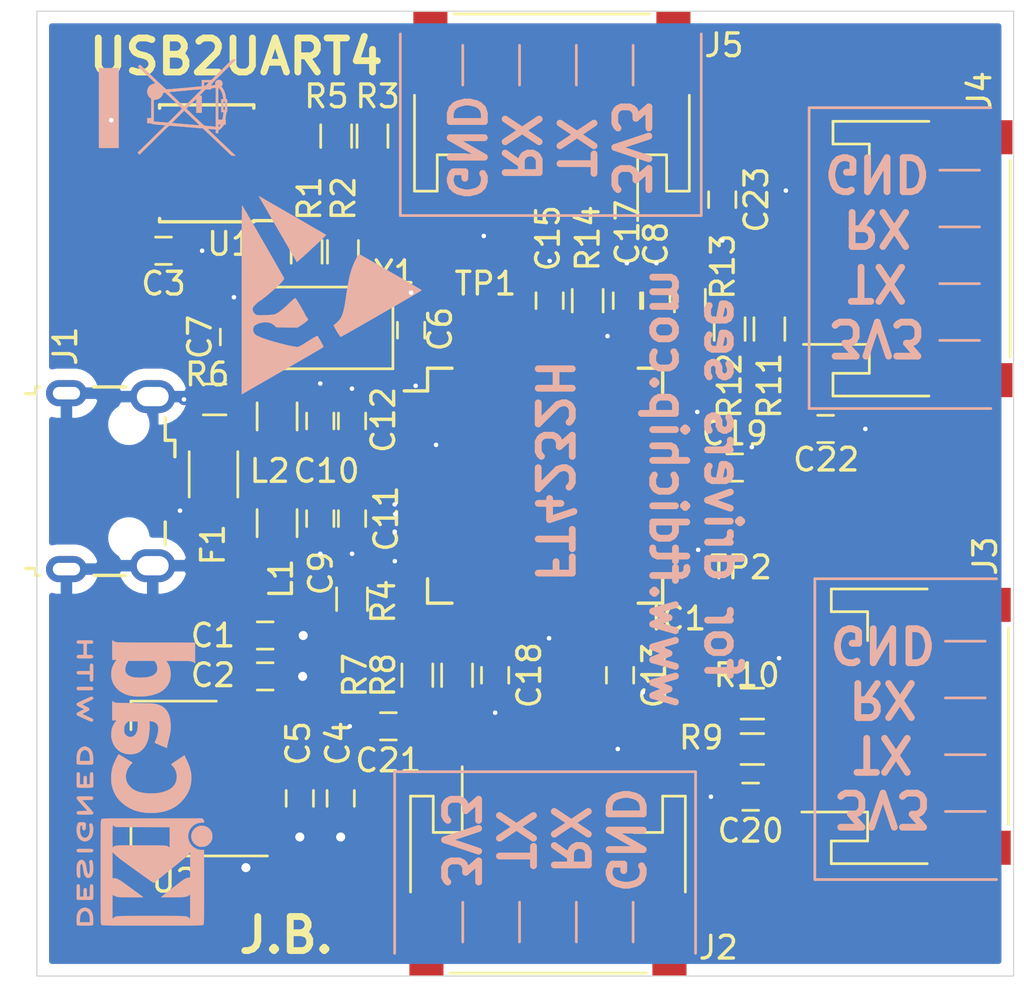
<source format=kicad_pcb>
(kicad_pcb (version 20171130) (host pcbnew "(5.1.0)-1")
  (layers (0 F.Cu signal) (31 B.Cu signal) (34 B.Paste user) (35 F.Paste user) (36 B.SilkS user) (37 F.SilkS user) (38 B.Mask user) (39 F.Mask user) (44 Edge.Cuts user))
  (net 0 "")
  (net 1 GND)
  (net 2 "Net-(C1-Pad1)")
  (net 3 +3V3)
  (net 4 "Net-(C6-Pad1)")
  (net 5 "Net-(C7-Pad1)")
  (net 6 +1V8)
  (net 7 "Net-(C11-Pad1)")
  (net 8 "Net-(C10-Pad1)")
  (net 9 "Net-(IC1-Pad6)")
  (net 10 "Net-(IC1-Pad14)")
  (net 11 "Net-(IC1-Pad61)")
  (net 12 "Net-(IC1-Pad62)")
  (net 13 "Net-(IC1-Pad63)")
  (net 14 "Net-(R3-Pad2)")
  (net 15 "Net-(F1-Pad2)")
  (net 16 /DM)
  (net 17 /DP)
  (net 18 /TX1)
  (net 19 /RX1)
  (net 20 /TX2)
  (net 21 /RX2)
  (net 22 "Net-(IC1-Pad36)")
  (net 23 /TX3)
  (net 24 /RX3)
  (net 25 /TX4)
  (net 26 /RX4)
  (net 27 "Net-(IC1-Pad60)")
  (net 28 "Net-(J2-Pad2)")
  (net 29 "Net-(J2-Pad3)")
  (net 30 "Net-(J3-Pad2)")
  (net 31 "Net-(J3-Pad3)")
  (net 32 "Net-(J4-Pad2)")
  (net 33 "Net-(J4-Pad3)")
  (net 34 "Net-(J5-Pad2)")
  (net 35 "Net-(J5-Pad3)")
  (module Symbols:WEEE-Logo_4.2x6mm_SilkScreen (layer B.Cu) (at 129.75 79.25 90)
    (fp_text reference REF*** hide)
    (fp_text value WEEE-Logo_4.2x6mm_SilkScreen hide)
  )
  (module Symbols:ESD-Logo_8.9x8mm_SilkScreen (layer B.Cu) (at 137 87.5 90)
    (fp_text reference REF*** hide)
    (fp_text value ESD-Logo_8.9x8mm_SilkScreen hide)
  )
  (module TO_SOT_Packages_SMD:SOT-223 (layer F.Cu) (at 130.05 108.8 180)
    (fp_text reference U2 (at 0 -4.5 180) (layer F.SilkS))
    (fp_text value TLV1117-33)
    (pad 4 smd rect (at 3.15 0 180) (size 2 3.8) (layers F.Cu F.Paste F.Mask))
    (pad 2 smd rect (at -3.15 0 180) (size 2 1.5) (layers F.Cu F.Paste F.Mask) (net 3 +3V3))
    (pad 3 smd rect (at -3.15 2.3 180) (size 2 1.5) (layers F.Cu F.Paste F.Mask) (net 2 "Net-(C1-Pad1)"))
    (pad 1 smd rect (at -3.15 -2.3 180) (size 2 1.5) (layers F.Cu F.Paste F.Mask) (net 1 GND))
  )
  (module Symbols:KiCad-Logo2_6mm_SilkScreen (layer B.Cu) (at 128.75 109 90)
    (fp_text reference REF*** hide)
    (fp_text value KiCad-Logo2_6mm_SilkScreen hide)
  )
  (module Resistors_SMD:R_0603 (layer F.Cu) (at 148.25 87.75 270)
    (fp_text reference R14 (at -2.75 0 90) (layer F.SilkS))
    (fp_text value 1k)
    (pad 1 smd rect (at -0.75 0 270) (size 0.5 0.9) (layers F.Cu F.Paste F.Mask) (net 35 "Net-(J5-Pad3)"))
    (pad 2 smd rect (at 0.75 0 270) (size 0.5 0.9) (layers F.Cu F.Paste F.Mask) (net 26 /RX4))
  )
  (module Resistors_SMD:R_0603 (layer F.Cu) (at 152.75 87.75 270)
    (fp_text reference R13 (at -1.5 -1.45 270) (layer F.SilkS))
    (fp_text value 1k)
    (pad 1 smd rect (at -0.75 0 270) (size 0.5 0.9) (layers F.Cu F.Paste F.Mask) (net 34 "Net-(J5-Pad2)"))
    (pad 2 smd rect (at 0.75 0 270) (size 0.5 0.9) (layers F.Cu F.Paste F.Mask) (net 25 /TX4))
  )
  (module Resistors_SMD:R_0603 (layer F.Cu) (at 154.5 89 270)
    (fp_text reference R12 (at 2.5 0 270) (layer F.SilkS))
    (fp_text value 1k)
    (pad 1 smd rect (at -0.75 0 270) (size 0.5 0.9) (layers F.Cu F.Paste F.Mask) (net 33 "Net-(J4-Pad3)"))
    (pad 2 smd rect (at 0.75 0 270) (size 0.5 0.9) (layers F.Cu F.Paste F.Mask) (net 24 /RX3))
  )
  (module Resistors_SMD:R_0603 (layer F.Cu) (at 156.25 89 270)
    (fp_text reference R11 (at 2.5 0 270) (layer F.SilkS))
    (fp_text value 1k)
    (pad 1 smd rect (at -0.75 0 270) (size 0.5 0.9) (layers F.Cu F.Paste F.Mask) (net 32 "Net-(J4-Pad2)"))
    (pad 2 smd rect (at 0.75 0 270) (size 0.5 0.9) (layers F.Cu F.Paste F.Mask) (net 23 /TX3))
  )
  (module Resistors_SMD:R_0603 (layer F.Cu) (at 155.5 105.5 180)
    (fp_text reference R10 (at 0.25 1.25 180) (layer F.SilkS))
    (fp_text value 1k)
    (pad 1 smd rect (at -0.75 0 180) (size 0.5 0.9) (layers F.Cu F.Paste F.Mask) (net 31 "Net-(J3-Pad3)"))
    (pad 2 smd rect (at 0.75 0 180) (size 0.5 0.9) (layers F.Cu F.Paste F.Mask) (net 21 /RX2))
  )
  (module Resistors_SMD:R_0603 (layer F.Cu) (at 155.5 107.5 180)
    (fp_text reference R9 (at 2.25 0.5 180) (layer F.SilkS))
    (fp_text value 1k)
    (pad 1 smd rect (at -0.75 0 180) (size 0.5 0.9) (layers F.Cu F.Paste F.Mask) (net 30 "Net-(J3-Pad2)"))
    (pad 2 smd rect (at 0.75 0 180) (size 0.5 0.9) (layers F.Cu F.Paste F.Mask) (net 20 /TX2))
  )
  (module Resistors_SMD:R_0603 (layer F.Cu) (at 142.5 104.25 90)
    (fp_text reference R8 (at 0 -3.25 90) (layer F.SilkS))
    (fp_text value 1k)
    (pad 1 smd rect (at -0.75 0 90) (size 0.5 0.9) (layers F.Cu F.Paste F.Mask) (net 29 "Net-(J2-Pad3)"))
    (pad 2 smd rect (at 0.75 0 90) (size 0.5 0.9) (layers F.Cu F.Paste F.Mask) (net 19 /RX1))
  )
  (module Resistors_SMD:R_0603 (layer F.Cu) (at 140.75 104.25 90)
    (fp_text reference R7 (at 0 -2.75 90) (layer F.SilkS))
    (fp_text value 1k)
    (pad 1 smd rect (at -0.75 0 90) (size 0.5 0.9) (layers F.Cu F.Paste F.Mask) (net 28 "Net-(J2-Pad2)"))
    (pad 2 smd rect (at 0.75 0 90) (size 0.5 0.9) (layers F.Cu F.Paste F.Mask) (net 18 /TX1))
  )
  (module Connectors_USB:USB_Micro-B_Wuerth-629105150521 (layer F.Cu) (at 127.25 95.7 270)
    (fp_text reference J1 (at -5.95 2 270) (layer F.SilkS))
    (fp_text value USB_B_Micro)
    (pad 1 smd rect (at -1.3 -1.9 270) (size 0.45 1.3) (layers F.Cu F.Paste F.Mask) (net 15 "Net-(F1-Pad2)"))
    (pad 2 smd rect (at -0.65 -1.9 270) (size 0.45 1.3) (layers F.Cu F.Paste F.Mask) (net 16 /DM))
    (pad 3 smd rect (at 0 -1.9 270) (size 0.45 1.3) (layers F.Cu F.Paste F.Mask) (net 17 /DP))
    (pad 4 smd rect (at 0.65 -1.9 270) (size 0.45 1.3) (layers F.Cu F.Paste F.Mask))
    (pad 5 smd rect (at 1.3 -1.9 270) (size 0.45 1.3) (layers F.Cu F.Paste F.Mask) (net 1 GND))
    (pad 6 thru_hole oval (at -3.725 -1.85 270) (size 1.45 2) (drill oval 0.85 1.4) (layers *.Cu *.Mask) (net 1 GND))
    (pad 6 thru_hole oval (at 3.725 -1.85 270) (size 1.45 2) (drill oval 0.85 1.4) (layers *.Cu *.Mask) (net 1 GND))
    (pad 6 thru_hole oval (at -3.875 1.95 270) (size 1.15 1.8) (drill oval 0.55 1.2) (layers *.Cu *.Mask) (net 1 GND))
    (pad 6 thru_hole oval (at 3.875 1.95 270) (size 1.15 1.8) (drill oval 0.55 1.2) (layers *.Cu *.Mask) (net 1 GND))
    (pad "" np_thru_hole oval (at -2.5 -0.8 270) (size 0.8 0.8) (drill 0.8) (layers *.Cu *.Mask))
    (pad "" np_thru_hole oval (at 2.5 -0.8 270) (size 0.8 0.8) (drill 0.8) (layers *.Cu *.Mask))
  )
  (module Resistors_SMD:R_0603 (layer F.Cu) (at 138.775 80.5 90)
    (fp_text reference R3 (at 1.75 0.225 180) (layer F.SilkS))
    (fp_text value 10k)
    (pad 1 smd rect (at -0.75 0 90) (size 0.5 0.9) (layers F.Cu F.Paste F.Mask) (net 3 +3V3))
    (pad 2 smd rect (at 0.75 0 90) (size 0.5 0.9) (layers F.Cu F.Paste F.Mask) (net 14 "Net-(R3-Pad2)"))
  )
  (module Capacitors_SMD:C_0603 (layer F.Cu) (at 137.875 93.05 90)
    (fp_text reference C12 (at 0.05 1.375 90) (layer F.SilkS))
    (fp_text value 100n)
    (pad 2 smd rect (at 0.75 0 90) (size 0.8 0.75) (layers F.Cu F.Paste F.Mask) (net 1 GND))
    (pad 1 smd rect (at -0.75 0 90) (size 0.8 0.75) (layers F.Cu F.Paste F.Mask) (net 8 "Net-(C10-Pad1)"))
  )
  (module Inductors_SMD:L_0805 (layer F.Cu) (at 134.575 92.85 270)
    (fp_text reference L2 (at 2.4 0.325) (layer F.SilkS))
    (fp_text value L)
    (pad 1 smd rect (at -0.95 0 270) (size 0.7 1.3) (layers F.Cu F.Paste F.Mask) (net 3 +3V3))
    (pad 2 smd rect (at 0.95 0 270) (size 0.7 1.3) (layers F.Cu F.Paste F.Mask) (net 8 "Net-(C10-Pad1)"))
  )
  (module Crystals:Crystal_SMD_5032-2pin_5.0x3.2mm (layer F.Cu) (at 136.625 88.95 180)
    (fp_text reference Y1 (at -3.125 2.45 180) (layer F.SilkS))
    (fp_text value 12MHz)
    (pad 1 smd rect (at -1.85 0 180) (size 2 2.4) (layers F.Cu F.Paste F.Mask) (net 4 "Net-(C6-Pad1)"))
    (pad 2 smd rect (at 1.85 0 180) (size 2 2.4) (layers F.Cu F.Paste F.Mask) (net 5 "Net-(C7-Pad1)"))
  )
  (module Housings_SOIC:SOIC-8_3.9x4.9mm_Pitch1.27mm (layer F.Cu) (at 131.475 81.7 180)
    (fp_text reference U1 (at -1.025 -3.55 180) (layer F.SilkS))
    (fp_text value 93LCxxB)
    (pad 1 smd rect (at -2.7 -1.905 180) (size 1.55 0.6) (layers F.Cu F.Paste F.Mask) (net 13 "Net-(IC1-Pad63)"))
    (pad 2 smd rect (at -2.7 -0.635 180) (size 1.55 0.6) (layers F.Cu F.Paste F.Mask) (net 12 "Net-(IC1-Pad62)"))
    (pad 3 smd rect (at -2.7 0.635 180) (size 1.55 0.6) (layers F.Cu F.Paste F.Mask) (net 11 "Net-(IC1-Pad61)"))
    (pad 4 smd rect (at -2.7 1.905 180) (size 1.55 0.6) (layers F.Cu F.Paste F.Mask) (net 14 "Net-(R3-Pad2)"))
    (pad 5 smd rect (at 2.7 1.905 180) (size 1.55 0.6) (layers F.Cu F.Paste F.Mask) (net 1 GND))
    (pad 6 smd rect (at 2.7 0.635 180) (size 1.55 0.6) (layers F.Cu F.Paste F.Mask))
    (pad 7 smd rect (at 2.7 -0.635 180) (size 1.55 0.6) (layers F.Cu F.Paste F.Mask))
    (pad 8 smd rect (at 2.7 -1.905 180) (size 1.55 0.6) (layers F.Cu F.Paste F.Mask) (net 3 +3V3))
  )
  (module Jakob:Testoint (layer F.Cu) (at 154.175 98.2)
    (fp_text reference TP2 (at 0.825 1.3) (layer F.SilkS))
    (fp_text value TestPoint)
    (pad 1 smd circle (at 0 0) (size 1 1) (layers F.Cu F.Paste F.Mask) (net 22 "Net-(IC1-Pad36)"))
  )
  (module Jakob:Testoint (layer F.Cu) (at 144.975 88.2)
    (fp_text reference TP1 (at -1.225 -1.2) (layer F.SilkS))
    (fp_text value TestPoint)
    (pad 1 smd circle (at 0 0) (size 1 1) (layers F.Cu F.Paste F.Mask) (net 27 "Net-(IC1-Pad60)"))
  )
  (module Inductors_SMD:L_0805 (layer F.Cu) (at 134.575 97.55 90)
    (fp_text reference L1 (at -2.45 0.175 90) (layer F.SilkS))
    (fp_text value L)
    (pad 1 smd rect (at -0.95 0 90) (size 0.7 1.3) (layers F.Cu F.Paste F.Mask) (net 3 +3V3))
    (pad 2 smd rect (at 0.95 0 90) (size 0.7 1.3) (layers F.Cu F.Paste F.Mask) (net 7 "Net-(C11-Pad1)"))
  )
  (module Connectors_JST:JST_PH_S4B-PH-SM4-TB_04x2.00mm_Angled (layer F.Cu) (at 146.675 79.6 180)
    (fp_text reference J5 (at -7.575 3.1 180) (layer F.SilkS))
    (fp_text value Conn_01x04)
    (pad 1 smd rect (at -3 -2.875 180) (size 1 3.5) (layers F.Cu F.Paste F.Mask) (net 3 +3V3))
    (pad 2 smd rect (at -1 -2.875 180) (size 1 3.5) (layers F.Cu F.Paste F.Mask) (net 34 "Net-(J5-Pad2)"))
    (pad 3 smd rect (at 1 -2.875 180) (size 1 3.5) (layers F.Cu F.Paste F.Mask) (net 35 "Net-(J5-Pad3)"))
    (pad 4 smd rect (at 3 -2.875 180) (size 1 3.5) (layers F.Cu F.Paste F.Mask) (net 1 GND))
    (pad "" smd rect (at -5.35 2.875 180) (size 1.5 3.4) (layers F.Cu F.Paste F.Mask))
    (pad "" smd rect (at 5.35 2.875 180) (size 1.5 3.4) (layers F.Cu F.Paste F.Mask))
  )
  (module Connectors_JST:JST_PH_S4B-PH-SM4-TB_04x2.00mm_Angled (layer F.Cu) (at 162.375 85.9 90)
    (fp_text reference J4 (at 7.4 3.125 90) (layer F.SilkS))
    (fp_text value Conn_01x04)
    (pad 1 smd rect (at -3 -2.875 90) (size 1 3.5) (layers F.Cu F.Paste F.Mask) (net 3 +3V3))
    (pad 2 smd rect (at -1 -2.875 90) (size 1 3.5) (layers F.Cu F.Paste F.Mask) (net 32 "Net-(J4-Pad2)"))
    (pad 3 smd rect (at 1 -2.875 90) (size 1 3.5) (layers F.Cu F.Paste F.Mask) (net 33 "Net-(J4-Pad3)"))
    (pad 4 smd rect (at 3 -2.875 90) (size 1 3.5) (layers F.Cu F.Paste F.Mask) (net 1 GND))
    (pad "" smd rect (at -5.35 2.875 90) (size 1.5 3.4) (layers F.Cu F.Paste F.Mask))
    (pad "" smd rect (at 5.35 2.875 90) (size 1.5 3.4) (layers F.Cu F.Paste F.Mask))
  )
  (module Connectors_JST:JST_PH_S4B-PH-SM4-TB_04x2.00mm_Angled (layer F.Cu) (at 162.3 106.5 90)
    (fp_text reference J3 (at 7.5 3.45 90) (layer F.SilkS))
    (fp_text value Conn_01x04)
    (pad 1 smd rect (at -3 -2.875 90) (size 1 3.5) (layers F.Cu F.Paste F.Mask) (net 3 +3V3))
    (pad 2 smd rect (at -1 -2.875 90) (size 1 3.5) (layers F.Cu F.Paste F.Mask) (net 30 "Net-(J3-Pad2)"))
    (pad 3 smd rect (at 1 -2.875 90) (size 1 3.5) (layers F.Cu F.Paste F.Mask) (net 31 "Net-(J3-Pad3)"))
    (pad 4 smd rect (at 3 -2.875 90) (size 1 3.5) (layers F.Cu F.Paste F.Mask) (net 1 GND))
    (pad "" smd rect (at -5.35 2.875 90) (size 1.5 3.4) (layers F.Cu F.Paste F.Mask))
    (pad "" smd rect (at 5.35 2.875 90) (size 1.5 3.4) (layers F.Cu F.Paste F.Mask))
  )
  (module Connectors_JST:JST_PH_S4B-PH-SM4-TB_04x2.00mm_Angled (layer F.Cu) (at 146.5 112.9)
    (fp_text reference J2 (at 7.5 3.35) (layer F.SilkS))
    (fp_text value Conn_01x04)
    (pad 1 smd rect (at -3 -2.875) (size 1 3.5) (layers F.Cu F.Paste F.Mask) (net 3 +3V3))
    (pad 2 smd rect (at -1 -2.875) (size 1 3.5) (layers F.Cu F.Paste F.Mask) (net 28 "Net-(J2-Pad2)"))
    (pad 3 smd rect (at 1 -2.875) (size 1 3.5) (layers F.Cu F.Paste F.Mask) (net 29 "Net-(J2-Pad3)"))
    (pad 4 smd rect (at 3 -2.875) (size 1 3.5) (layers F.Cu F.Paste F.Mask) (net 1 GND))
    (pad "" smd rect (at -5.35 2.875) (size 1.5 3.4) (layers F.Cu F.Paste F.Mask))
    (pad "" smd rect (at 5.35 2.875) (size 1.5 3.4) (layers F.Cu F.Paste F.Mask))
  )
  (module Resistors_SMD:R_0603 (layer F.Cu) (at 131.825 92.1 180)
    (fp_text reference R6 (at 0.325 1.1 180) (layer F.SilkS))
    (fp_text value 12k)
    (pad 1 smd rect (at -0.75 0 180) (size 0.5 0.9) (layers F.Cu F.Paste F.Mask) (net 9 "Net-(IC1-Pad6)"))
    (pad 2 smd rect (at 0.75 0 180) (size 0.5 0.9) (layers F.Cu F.Paste F.Mask) (net 1 GND))
  )
  (module Resistors_SMD:R_0603 (layer F.Cu) (at 137.175 80.5 90)
    (fp_text reference R5 (at 1.75 -0.425 180) (layer F.SilkS))
    (fp_text value 2k)
    (pad 1 smd rect (at -0.75 0 90) (size 0.5 0.9) (layers F.Cu F.Paste F.Mask) (net 11 "Net-(IC1-Pad61)"))
    (pad 2 smd rect (at 0.75 0 90) (size 0.5 0.9) (layers F.Cu F.Paste F.Mask) (net 14 "Net-(R3-Pad2)"))
  )
  (module Resistors_SMD:R_0603 (layer F.Cu) (at 137.875 100.9 90)
    (fp_text reference R4 (at -0.1 1.375 90) (layer F.SilkS))
    (fp_text value 1k)
    (pad 1 smd rect (at -0.75 0 90) (size 0.5 0.9) (layers F.Cu F.Paste F.Mask) (net 3 +3V3))
    (pad 2 smd rect (at 0.75 0 90) (size 0.5 0.9) (layers F.Cu F.Paste F.Mask) (net 10 "Net-(IC1-Pad14)"))
  )
  (module Resistors_SMD:R_0603 (layer F.Cu) (at 137.475 85.6 90)
    (fp_text reference R2 (at 2.35 0.025 90) (layer F.SilkS))
    (fp_text value 10k)
    (pad 1 smd rect (at -0.75 0 90) (size 0.5 0.9) (layers F.Cu F.Paste F.Mask) (net 3 +3V3))
    (pad 2 smd rect (at 0.75 0 90) (size 0.5 0.9) (layers F.Cu F.Paste F.Mask) (net 12 "Net-(IC1-Pad62)"))
  )
  (module Resistors_SMD:R_0603 (layer F.Cu) (at 135.875 85.6 90)
    (fp_text reference R1 (at 2.35 0.125 90) (layer F.SilkS))
    (fp_text value 10k)
    (pad 1 smd rect (at -0.75 0 90) (size 0.5 0.9) (layers F.Cu F.Paste F.Mask) (net 3 +3V3))
    (pad 2 smd rect (at 0.75 0 90) (size 0.5 0.9) (layers F.Cu F.Paste F.Mask) (net 13 "Net-(IC1-Pad63)"))
  )
  (module Housings_QFP:LQFP-64_10x10mm_Pitch0.5mm (layer F.Cu) (at 146.375 95.9)
    (fp_text reference IC1 (at 5.875 5.85) (layer F.SilkS))
    (fp_text value FT4232H)
    (pad 1 smd rect (at -5.7 -3.75) (size 1 0.25) (layers F.Cu F.Paste F.Mask) (net 1 GND))
    (pad 2 smd rect (at -5.7 -3.25) (size 1 0.25) (layers F.Cu F.Paste F.Mask) (net 4 "Net-(C6-Pad1)"))
    (pad 3 smd rect (at -5.7 -2.75) (size 1 0.25) (layers F.Cu F.Paste F.Mask) (net 5 "Net-(C7-Pad1)"))
    (pad 4 smd rect (at -5.7 -2.25) (size 1 0.25) (layers F.Cu F.Paste F.Mask) (net 8 "Net-(C10-Pad1)"))
    (pad 5 smd rect (at -5.7 -1.75) (size 1 0.25) (layers F.Cu F.Paste F.Mask) (net 1 GND))
    (pad 6 smd rect (at -5.7 -1.25) (size 1 0.25) (layers F.Cu F.Paste F.Mask) (net 9 "Net-(IC1-Pad6)"))
    (pad 7 smd rect (at -5.7 -0.75) (size 1 0.25) (layers F.Cu F.Paste F.Mask) (net 16 /DM))
    (pad 8 smd rect (at -5.7 -0.25) (size 1 0.25) (layers F.Cu F.Paste F.Mask) (net 17 /DP))
    (pad 9 smd rect (at -5.7 0.25) (size 1 0.25) (layers F.Cu F.Paste F.Mask) (net 7 "Net-(C11-Pad1)"))
    (pad 10 smd rect (at -5.7 0.75) (size 1 0.25) (layers F.Cu F.Paste F.Mask) (net 1 GND))
    (pad 11 smd rect (at -5.7 1.25) (size 1 0.25) (layers F.Cu F.Paste F.Mask) (net 1 GND))
    (pad 12 smd rect (at -5.7 1.75) (size 1 0.25) (layers F.Cu F.Paste F.Mask) (net 6 +1V8))
    (pad 13 smd rect (at -5.7 2.25) (size 1 0.25) (layers F.Cu F.Paste F.Mask) (net 1 GND))
    (pad 14 smd rect (at -5.7 2.75) (size 1 0.25) (layers F.Cu F.Paste F.Mask) (net 10 "Net-(IC1-Pad14)"))
    (pad 15 smd rect (at -5.7 3.25) (size 1 0.25) (layers F.Cu F.Paste F.Mask) (net 1 GND))
    (pad 16 smd rect (at -5.7 3.75) (size 1 0.25) (layers F.Cu F.Paste F.Mask) (net 18 /TX1))
    (pad 17 smd rect (at -3.75 5.7 90) (size 1 0.25) (layers F.Cu F.Paste F.Mask) (net 19 /RX1))
    (pad 18 smd rect (at -3.25 5.7 90) (size 1 0.25) (layers F.Cu F.Paste F.Mask))
    (pad 19 smd rect (at -2.75 5.7 90) (size 1 0.25) (layers F.Cu F.Paste F.Mask))
    (pad 20 smd rect (at -2.25 5.7 90) (size 1 0.25) (layers F.Cu F.Paste F.Mask) (net 3 +3V3))
    (pad 21 smd rect (at -1.75 5.7 90) (size 1 0.25) (layers F.Cu F.Paste F.Mask))
    (pad 22 smd rect (at -1.25 5.7 90) (size 1 0.25) (layers F.Cu F.Paste F.Mask))
    (pad 23 smd rect (at -0.75 5.7 90) (size 1 0.25) (layers F.Cu F.Paste F.Mask))
    (pad 24 smd rect (at -0.25 5.7 90) (size 1 0.25) (layers F.Cu F.Paste F.Mask))
    (pad 25 smd rect (at 0.25 5.7 90) (size 1 0.25) (layers F.Cu F.Paste F.Mask) (net 1 GND))
    (pad 26 smd rect (at 0.75 5.7 90) (size 1 0.25) (layers F.Cu F.Paste F.Mask) (net 20 /TX2))
    (pad 27 smd rect (at 1.25 5.7 90) (size 1 0.25) (layers F.Cu F.Paste F.Mask) (net 21 /RX2))
    (pad 28 smd rect (at 1.75 5.7 90) (size 1 0.25) (layers F.Cu F.Paste F.Mask))
    (pad 29 smd rect (at 2.25 5.7 90) (size 1 0.25) (layers F.Cu F.Paste F.Mask))
    (pad 30 smd rect (at 2.75 5.7 90) (size 1 0.25) (layers F.Cu F.Paste F.Mask))
    (pad 31 smd rect (at 3.25 5.7 90) (size 1 0.25) (layers F.Cu F.Paste F.Mask) (net 3 +3V3))
    (pad 32 smd rect (at 3.75 5.7 90) (size 1 0.25) (layers F.Cu F.Paste F.Mask))
    (pad 33 smd rect (at 5.7 3.75) (size 1 0.25) (layers F.Cu F.Paste F.Mask))
    (pad 34 smd rect (at 5.7 3.25) (size 1 0.25) (layers F.Cu F.Paste F.Mask))
    (pad 35 smd rect (at 5.7 2.75) (size 1 0.25) (layers F.Cu F.Paste F.Mask) (net 1 GND))
    (pad 36 smd rect (at 5.7 2.25) (size 1 0.25) (layers F.Cu F.Paste F.Mask) (net 22 "Net-(IC1-Pad36)"))
    (pad 37 smd rect (at 5.7 1.75) (size 1 0.25) (layers F.Cu F.Paste F.Mask) (net 6 +1V8))
    (pad 38 smd rect (at 5.7 1.25) (size 1 0.25) (layers F.Cu F.Paste F.Mask) (net 23 /TX3))
    (pad 39 smd rect (at 5.7 0.75) (size 1 0.25) (layers F.Cu F.Paste F.Mask) (net 24 /RX3))
    (pad 40 smd rect (at 5.7 0.25) (size 1 0.25) (layers F.Cu F.Paste F.Mask))
    (pad 41 smd rect (at 5.7 -0.25) (size 1 0.25) (layers F.Cu F.Paste F.Mask))
    (pad 42 smd rect (at 5.7 -0.75) (size 1 0.25) (layers F.Cu F.Paste F.Mask) (net 3 +3V3))
    (pad 43 smd rect (at 5.7 -1.25) (size 1 0.25) (layers F.Cu F.Paste F.Mask))
    (pad 44 smd rect (at 5.7 -1.75) (size 1 0.25) (layers F.Cu F.Paste F.Mask))
    (pad 45 smd rect (at 5.7 -2.25) (size 1 0.25) (layers F.Cu F.Paste F.Mask))
    (pad 46 smd rect (at 5.7 -2.75) (size 1 0.25) (layers F.Cu F.Paste F.Mask))
    (pad 47 smd rect (at 5.7 -3.25) (size 1 0.25) (layers F.Cu F.Paste F.Mask) (net 1 GND))
    (pad 48 smd rect (at 5.7 -3.75) (size 1 0.25) (layers F.Cu F.Paste F.Mask) (net 25 /TX4))
    (pad 49 smd rect (at 3.75 -5.7 90) (size 1 0.25) (layers F.Cu F.Paste F.Mask) (net 6 +1V8))
    (pad 50 smd rect (at 3.25 -5.7 90) (size 1 0.25) (layers F.Cu F.Paste F.Mask) (net 3 +3V3))
    (pad 51 smd rect (at 2.75 -5.7 90) (size 1 0.25) (layers F.Cu F.Paste F.Mask) (net 1 GND))
    (pad 52 smd rect (at 2.25 -5.7 90) (size 1 0.25) (layers F.Cu F.Paste F.Mask) (net 26 /RX4))
    (pad 53 smd rect (at 1.75 -5.7 90) (size 1 0.25) (layers F.Cu F.Paste F.Mask))
    (pad 54 smd rect (at 1.25 -5.7 90) (size 1 0.25) (layers F.Cu F.Paste F.Mask))
    (pad 55 smd rect (at 0.75 -5.7 90) (size 1 0.25) (layers F.Cu F.Paste F.Mask))
    (pad 56 smd rect (at 0.25 -5.7 90) (size 1 0.25) (layers F.Cu F.Paste F.Mask) (net 3 +3V3))
    (pad 57 smd rect (at -0.25 -5.7 90) (size 1 0.25) (layers F.Cu F.Paste F.Mask))
    (pad 58 smd rect (at -0.75 -5.7 90) (size 1 0.25) (layers F.Cu F.Paste F.Mask))
    (pad 59 smd rect (at -1.25 -5.7 90) (size 1 0.25) (layers F.Cu F.Paste F.Mask))
    (pad 60 smd rect (at -1.75 -5.7 90) (size 1 0.25) (layers F.Cu F.Paste F.Mask) (net 27 "Net-(IC1-Pad60)"))
    (pad 61 smd rect (at -2.25 -5.7 90) (size 1 0.25) (layers F.Cu F.Paste F.Mask) (net 11 "Net-(IC1-Pad61)"))
    (pad 62 smd rect (at -2.75 -5.7 90) (size 1 0.25) (layers F.Cu F.Paste F.Mask) (net 12 "Net-(IC1-Pad62)"))
    (pad 63 smd rect (at -3.25 -5.7 90) (size 1 0.25) (layers F.Cu F.Paste F.Mask) (net 13 "Net-(IC1-Pad63)"))
    (pad 64 smd rect (at -3.75 -5.7 90) (size 1 0.25) (layers F.Cu F.Paste F.Mask) (net 6 +1V8))
  )
  (module Fuse_Holders_and_Fuses:Fuse_SMD1206_Reflow (layer F.Cu) (at 131.775 95.4 90)
    (fp_text reference F1 (at -3.1 -0.025 90) (layer F.SilkS))
    (fp_text value Polyfuse)
    (pad 1 smd rect (at -1.2 0 180) (size 2.03 1.14) (layers F.Cu F.Paste F.Mask) (net 2 "Net-(C1-Pad1)"))
    (pad 2 smd rect (at 1.2 0 180) (size 2.03 1.14) (layers F.Cu F.Paste F.Mask) (net 15 "Net-(F1-Pad2)"))
  )
  (module Capacitors_SMD:C_0603 (layer F.Cu) (at 154.175 83.3 270)
    (fp_text reference C23 (at 0 -1.5 270) (layer F.SilkS))
    (fp_text value 4u7)
    (pad 2 smd rect (at 0.75 0 270) (size 0.8 0.75) (layers F.Cu F.Paste F.Mask) (net 1 GND))
    (pad 1 smd rect (at -0.75 0 270) (size 0.8 0.75) (layers F.Cu F.Paste F.Mask) (net 3 +3V3))
  )
  (module Capacitors_SMD:C_0603 (layer F.Cu) (at 158.725 93.4)
    (fp_text reference C22 (at 0.025 1.35) (layer F.SilkS))
    (fp_text value 4u7)
    (pad 2 smd rect (at 0.75 0) (size 0.8 0.75) (layers F.Cu F.Paste F.Mask) (net 1 GND))
    (pad 1 smd rect (at -0.75 0) (size 0.8 0.75) (layers F.Cu F.Paste F.Mask) (net 3 +3V3))
  )
  (module Capacitors_SMD:C_0603 (layer F.Cu) (at 139.475 106.5 180)
    (fp_text reference C21 (at 0 -1.5 180) (layer F.SilkS))
    (fp_text value 4u7)
    (pad 2 smd rect (at 0.75 0 180) (size 0.8 0.75) (layers F.Cu F.Paste F.Mask) (net 1 GND))
    (pad 1 smd rect (at -0.75 0 180) (size 0.8 0.75) (layers F.Cu F.Paste F.Mask) (net 3 +3V3))
  )
  (module Capacitors_SMD:C_0603 (layer F.Cu) (at 155.425 109.6 180)
    (fp_text reference C20 (at 0 -1.5 180) (layer F.SilkS))
    (fp_text value 4u7)
    (pad 2 smd rect (at 0.75 0 180) (size 0.8 0.75) (layers F.Cu F.Paste F.Mask) (net 1 GND))
    (pad 1 smd rect (at -0.75 0 180) (size 0.8 0.75) (layers F.Cu F.Paste F.Mask) (net 3 +3V3))
  )
  (module Capacitors_SMD:C_0603 (layer F.Cu) (at 154.725 95.1)
    (fp_text reference C19 (at 0 -1.5) (layer F.SilkS))
    (fp_text value 100n)
    (pad 2 smd rect (at 0.75 0) (size 0.8 0.75) (layers F.Cu F.Paste F.Mask) (net 1 GND))
    (pad 1 smd rect (at -0.75 0) (size 0.8 0.75) (layers F.Cu F.Paste F.Mask) (net 3 +3V3))
  )
  (module Capacitors_SMD:C_0603 (layer F.Cu) (at 144.175 104.25 270)
    (fp_text reference C18 (at 0 -1.5 270) (layer F.SilkS))
    (fp_text value 100n)
    (pad 2 smd rect (at 0.75 0 270) (size 0.8 0.75) (layers F.Cu F.Paste F.Mask) (net 1 GND))
    (pad 1 smd rect (at -0.75 0 270) (size 0.8 0.75) (layers F.Cu F.Paste F.Mask) (net 3 +3V3))
  )
  (module Capacitors_SMD:C_0603 (layer F.Cu) (at 149.975 87.75 90)
    (fp_text reference C17 (at 3 0.025 270) (layer F.SilkS))
    (fp_text value 100n)
    (pad 2 smd rect (at 0.75 0 90) (size 0.8 0.75) (layers F.Cu F.Paste F.Mask) (net 1 GND))
    (pad 1 smd rect (at -0.75 0 90) (size 0.8 0.75) (layers F.Cu F.Paste F.Mask) (net 3 +3V3))
  )
  (module Capacitors_SMD:C_0603 (layer F.Cu) (at 146.575 87.75 90)
    (fp_text reference C15 (at 2.75 -0.075 90) (layer F.SilkS))
    (fp_text value 100n)
    (pad 2 smd rect (at 0.75 0 90) (size 0.8 0.75) (layers F.Cu F.Paste F.Mask) (net 1 GND))
    (pad 1 smd rect (at -0.75 0 90) (size 0.8 0.75) (layers F.Cu F.Paste F.Mask) (net 3 +3V3))
  )
  (module Capacitors_SMD:C_0603 (layer F.Cu) (at 149.675 104.25 270)
    (fp_text reference C13 (at 0 -1.5 270) (layer F.SilkS))
    (fp_text value 100n)
    (pad 2 smd rect (at 0.75 0 270) (size 0.8 0.75) (layers F.Cu F.Paste F.Mask) (net 1 GND))
    (pad 1 smd rect (at -0.75 0 270) (size 0.8 0.75) (layers F.Cu F.Paste F.Mask) (net 3 +3V3))
  )
  (module Capacitors_SMD:C_0603 (layer F.Cu) (at 137.875 97.35 270)
    (fp_text reference C11 (at 0 -1.5 270) (layer F.SilkS))
    (fp_text value 100n)
    (pad 2 smd rect (at 0.75 0 270) (size 0.8 0.75) (layers F.Cu F.Paste F.Mask) (net 1 GND))
    (pad 1 smd rect (at -0.75 0 270) (size 0.8 0.75) (layers F.Cu F.Paste F.Mask) (net 7 "Net-(C11-Pad1)"))
  )
  (module Capacitors_SMD:C_0603 (layer F.Cu) (at 136.475 93.05 90)
    (fp_text reference C10 (at -2.2 0.275 180) (layer F.SilkS))
    (fp_text value 4u7)
    (pad 2 smd rect (at 0.75 0 90) (size 0.8 0.75) (layers F.Cu F.Paste F.Mask) (net 1 GND))
    (pad 1 smd rect (at -0.75 0 90) (size 0.8 0.75) (layers F.Cu F.Paste F.Mask) (net 8 "Net-(C10-Pad1)"))
  )
  (module Capacitors_SMD:C_0603 (layer F.Cu) (at 136.475 97.35 270)
    (fp_text reference C9 (at 2.4 -0.025 270) (layer F.SilkS))
    (fp_text value 4u7)
    (pad 2 smd rect (at 0.75 0 270) (size 0.8 0.75) (layers F.Cu F.Paste F.Mask) (net 1 GND))
    (pad 1 smd rect (at -0.75 0 270) (size 0.8 0.75) (layers F.Cu F.Paste F.Mask) (net 7 "Net-(C11-Pad1)"))
  )
  (module Capacitors_SMD:C_0603 (layer F.Cu) (at 151.275 87.75 90)
    (fp_text reference C8 (at 2.5 -0.025 270) (layer F.SilkS))
    (fp_text value 3u3)
    (pad 2 smd rect (at 0.75 0 90) (size 0.8 0.75) (layers F.Cu F.Paste F.Mask) (net 1 GND))
    (pad 1 smd rect (at -0.75 0 90) (size 0.8 0.75) (layers F.Cu F.Paste F.Mask) (net 6 +1V8))
  )
  (module Capacitors_SMD:C_0603 (layer F.Cu) (at 132.675 89.35 90)
    (fp_text reference C7 (at 0 -1.5 90) (layer F.SilkS))
    (fp_text value 27p)
    (pad 2 smd rect (at 0.75 0 90) (size 0.8 0.75) (layers F.Cu F.Paste F.Mask) (net 1 GND))
    (pad 1 smd rect (at -0.75 0 90) (size 0.8 0.75) (layers F.Cu F.Paste F.Mask) (net 5 "Net-(C7-Pad1)"))
  )
  (module Capacitors_SMD:C_0603 (layer F.Cu) (at 140.475 89.05 90)
    (fp_text reference C6 (at 0.05 1.275 90) (layer F.SilkS))
    (fp_text value 27p)
    (pad 2 smd rect (at 0.75 0 90) (size 0.8 0.75) (layers F.Cu F.Paste F.Mask) (net 1 GND))
    (pad 1 smd rect (at -0.75 0 90) (size 0.8 0.75) (layers F.Cu F.Paste F.Mask) (net 4 "Net-(C6-Pad1)"))
  )
  (module Capacitors_SMD:C_0603 (layer F.Cu) (at 135.575 109.675 270)
    (fp_text reference C5 (at -2.425 0.075 270) (layer F.SilkS))
    (fp_text value 1u)
    (pad 2 smd rect (at 0.75 0 270) (size 0.8 0.75) (layers F.Cu F.Paste F.Mask) (net 1 GND))
    (pad 1 smd rect (at -0.75 0 270) (size 0.8 0.75) (layers F.Cu F.Paste F.Mask) (net 3 +3V3))
  )
  (module Capacitors_SMD:C_0603 (layer F.Cu) (at 137.375 109.675 270)
    (fp_text reference C4 (at -2.425 0.125 270) (layer F.SilkS))
    (fp_text value 100n)
    (pad 2 smd rect (at 0.75 0 270) (size 0.8 0.75) (layers F.Cu F.Paste F.Mask) (net 1 GND))
    (pad 1 smd rect (at -0.75 0 270) (size 0.8 0.75) (layers F.Cu F.Paste F.Mask) (net 3 +3V3))
  )
  (module Capacitors_SMD:C_0603 (layer F.Cu) (at 129.575 85.55)
    (fp_text reference C3 (at 0 1.45) (layer F.SilkS))
    (fp_text value 100n)
    (pad 2 smd rect (at 0.75 0) (size 0.8 0.75) (layers F.Cu F.Paste F.Mask) (net 1 GND))
    (pad 1 smd rect (at -0.75 0) (size 0.8 0.75) (layers F.Cu F.Paste F.Mask) (net 3 +3V3))
  )
  (module Capacitors_SMD:C_0603 (layer F.Cu) (at 134.05 104.3)
    (fp_text reference C2 (at -2.3 -0.05) (layer F.SilkS))
    (fp_text value 100n)
    (pad 2 smd rect (at 0.75 0) (size 0.8 0.75) (layers F.Cu F.Paste F.Mask) (net 1 GND))
    (pad 1 smd rect (at -0.75 0) (size 0.8 0.75) (layers F.Cu F.Paste F.Mask) (net 2 "Net-(C1-Pad1)"))
  )
  (module Capacitors_SMD:C_0603 (layer F.Cu) (at 134.05 102.5)
    (fp_text reference C1 (at -2.3 0) (layer F.SilkS))
    (fp_text value 1u)
    (pad 2 smd rect (at 0.75 0) (size 0.8 0.75) (layers F.Cu F.Paste F.Mask) (net 1 GND))
    (pad 1 smd rect (at -0.75 0) (size 0.8 0.75) (layers F.Cu F.Paste F.Mask) (net 2 "Net-(C1-Pad1)"))
  )
  (gr_text FT4232H (at 146.75 95.25 270) (layer B.SilkS) (effects (font (size 1.5 1.5) (thickness 0.3)) (justify mirror)))
  (gr_text "for drivers see\nwww.ftdichip.com" (at 153 96 270) (layer B.SilkS) (effects (font (size 1.5 1.5) (thickness 0.3)) (justify mirror)))
  (gr_line (start 142.75 116) (end 142.75 114.25) (layer B.SilkS) (width 0.12))
  (gr_line (start 145.25 116) (end 145.25 114.25) (layer B.SilkS) (width 0.12))
  (gr_line (start 147.75 116) (end 147.75 114.25) (layer B.SilkS) (width 0.12))
  (gr_line (start 150.25 116) (end 150.25 114.25) (layer B.SilkS) (width 0.12))
  (gr_line (start 139.75 108.5) (end 139.75 116.5) (layer B.SilkS) (width 0.12))
  (gr_line (start 153 108.5) (end 139.75 108.5) (layer B.SilkS) (width 0.12))
  (gr_line (start 153 116.5) (end 153 108.5) (layer B.SilkS) (width 0.12))
  (gr_text "3V3\nTX\nRX\nGND" (at 146.5 81 270) (layer B.SilkS) (effects (font (size 1.5 1.5) (thickness 0.3)) (justify mirror)))
  (gr_line (start 158.25 100) (end 158.25 113.25) (layer B.SilkS) (width 0.12))
  (gr_line (start 166.25 100) (end 158.25 100) (layer B.SilkS) (width 0.12))
  (gr_line (start 165.75 110.25) (end 164 110.25) (layer B.SilkS) (width 0.12))
  (gr_line (start 165.75 107.75) (end 164 107.75) (layer B.SilkS) (width 0.12))
  (gr_line (start 165.75 105.25) (end 164 105.25) (layer B.SilkS) (width 0.12))
  (gr_line (start 165.75 102.75) (end 164 102.75) (layer B.SilkS) (width 0.12))
  (gr_line (start 158.25 113.25) (end 166.25 113.25) (layer B.SilkS) (width 0.12))
  (gr_text "3V3\nTX\nRX\nGND" (at 161.25 106.5 180) (layer B.SilkS) (effects (font (size 1.5 1.5) (thickness 0.3)) (justify mirror)))
  (gr_line (start 165.5 89.5) (end 163.75 89.5) (layer B.SilkS) (width 0.12))
  (gr_line (start 165.5 87) (end 163.75 87) (layer B.SilkS) (width 0.12))
  (gr_line (start 165.5 84.5) (end 163.75 84.5) (layer B.SilkS) (width 0.12))
  (gr_line (start 165.5 82) (end 163.75 82) (layer B.SilkS) (width 0.12))
  (gr_line (start 158 92.5) (end 166 92.5) (layer B.SilkS) (width 0.12))
  (gr_text "3V3\nTX\nRX\nGND" (at 161 85.75 180) (layer B.SilkS) (effects (font (size 1.5 1.5) (thickness 0.3)) (justify mirror)))
  (gr_line (start 158 79.25) (end 158 92.5) (layer B.SilkS) (width 0.12))
  (gr_line (start 166 79.25) (end 158 79.25) (layer B.SilkS) (width 0.12))
  (gr_line (start 150.25 76.5) (end 150.25 78.25) (layer B.SilkS) (width 0.12))
  (gr_line (start 147.75 76.5) (end 147.75 78.25) (layer B.SilkS) (width 0.12))
  (gr_line (start 145.25 76.5) (end 145.25 78.25) (layer B.SilkS) (width 0.12))
  (gr_line (start 142.75 76.5) (end 142.75 78.25) (layer B.SilkS) (width 0.12))
  (gr_line (start 153.25 84) (end 153.25 76) (layer B.SilkS) (width 0.12))
  (gr_line (start 140 84) (end 153.25 84) (layer B.SilkS) (width 0.12))
  (gr_line (start 140 76) (end 140 84) (layer B.SilkS) (width 0.12))
  (gr_text "GND\nRX\nTX\n3V3" (at 146.25 111.5 270) (layer B.SilkS) (effects (font (size 1.5 1.5) (thickness 0.3)) (justify mirror)))
  (gr_text USB2UART4 (at 132.775 77) (layer F.SilkS) (effects (font (size 1.5 1.5) (thickness 0.3))))
  (gr_text J.B. (at 134.975 115.7) (layer F.SilkS) (effects (font (size 1.5 1.5) (thickness 0.3))))
  (gr_line (start 167 75) (end 124 75) (layer Edge.Cuts) (width 0.05))
  (gr_line (start 167 117.5) (end 167 75) (layer Edge.Cuts) (width 0.05))
  (gr_line (start 124 117.5) (end 167 117.5) (layer Edge.Cuts) (width 0.05))
  (gr_line (start 124 75) (end 124 117.5) (layer Edge.Cuts) (width 0.05))
  (segment (start 140.675 97.15) (end 139.775 97.15) (width 0.25) (layer F.Cu) (net 1))
  (via (at 139.775 97.15) (size 0.5) (drill 0.2) (layers F.Cu B.Cu) (net 1))
  (segment (start 152.075 92.65) (end 153.075 92.65) (width 0.25) (layer F.Cu) (net 1))
  (via (at 153.075 92.65) (size 0.5) (drill 0.2) (layers F.Cu B.Cu) (net 1))
  (segment (start 132.675 88.6) (end 132.675 87.95) (width 0.25) (layer F.Cu) (net 1))
  (via (at 132.675 87.6) (size 0.5) (drill 0.2) (layers F.Cu B.Cu) (net 1))
  (segment (start 132.675 87.95) (end 132.675 87.6) (width 0.25) (layer F.Cu) (net 1))
  (segment (start 140.475 88.3) (end 140.475 87.65) (width 0.25) (layer F.Cu) (net 1))
  (via (at 140.475 87.4) (size 0.5) (drill 0.2) (layers F.Cu B.Cu) (net 1))
  (segment (start 140.475 87.65) (end 140.475 87.4) (width 0.25) (layer F.Cu) (net 1))
  (segment (start 140.675 92.15) (end 140.675 91.775) (width 0.25) (layer F.Cu) (net 1))
  (via (at 140.675 91.5) (size 0.5) (drill 0.2) (layers F.Cu B.Cu) (net 1))
  (segment (start 140.675 91.775) (end 140.675 91.5) (width 0.25) (layer F.Cu) (net 1))
  (via (at 139.754401 96.72501) (size 0.5) (drill 0.2) (layers F.Cu B.Cu) (net 1))
  (segment (start 140.675 96.65) (end 139.829411 96.65) (width 0.25) (layer F.Cu) (net 1))
  (segment (start 139.829411 96.65) (end 139.754401 96.72501) (width 0.25) (layer F.Cu) (net 1))
  (segment (start 137.875 98.1) (end 137.875 98.9) (width 0.25) (layer F.Cu) (net 1))
  (via (at 137.875 98.9) (size 0.5) (drill 0.2) (layers F.Cu B.Cu) (net 1))
  (segment (start 136.475 98.1) (end 136.475 98.9) (width 0.25) (layer F.Cu) (net 1))
  (via (at 136.475 98.9) (size 0.5) (drill 0.2) (layers F.Cu B.Cu) (net 1))
  (segment (start 146.575 87) (end 146.575 86.35) (width 0.25) (layer F.Cu) (net 1))
  (via (at 146.575 86) (size 0.5) (drill 0.2) (layers F.Cu B.Cu) (net 1))
  (segment (start 146.575 86.35) (end 146.575 86) (width 0.25) (layer F.Cu) (net 1))
  (segment (start 149.975 87) (end 149.975 86.35) (width 0.25) (layer F.Cu) (net 1))
  (via (at 149.975 86.1) (size 0.5) (drill 0.2) (layers F.Cu B.Cu) (net 1))
  (segment (start 149.975 86.35) (end 149.975 86.1) (width 0.25) (layer F.Cu) (net 1))
  (segment (start 151.275 87) (end 151.275 86.1) (width 0.25) (layer F.Cu) (net 1))
  (via (at 151.275 86.1) (size 0.5) (drill 0.2) (layers F.Cu B.Cu) (net 1))
  (via (at 141.575 94.1) (size 0.5) (drill 0.2) (layers F.Cu B.Cu) (net 1))
  (segment (start 140.675 94.15) (end 141.525 94.15) (width 0.25) (layer F.Cu) (net 1))
  (segment (start 141.525 94.15) (end 141.575 94.1) (width 0.25) (layer F.Cu) (net 1))
  (segment (start 136.475 92.3) (end 136.475 91.4) (width 0.25) (layer F.Cu) (net 1))
  (via (at 136.475 91.4) (size 0.5) (drill 0.2) (layers F.Cu B.Cu) (net 1))
  (segment (start 137.875 91.628071) (end 137.87195 91.625021) (width 0.25) (layer F.Cu) (net 1))
  (segment (start 137.875 92.3) (end 137.875 91.628071) (width 0.25) (layer F.Cu) (net 1))
  (via (at 137.87195 91.625021) (size 0.5) (drill 0.2) (layers F.Cu B.Cu) (net 1))
  (via (at 130.475 92.1) (size 0.5) (drill 0.2) (layers F.Cu B.Cu) (net 1))
  (segment (start 131.075 92.1) (end 130.475 92.1) (width 0.25) (layer F.Cu) (net 1))
  (via (at 144.175 105.9) (size 0.5) (drill 0.2) (layers F.Cu B.Cu) (net 1))
  (segment (start 144.175 105) (end 144.175 106) (width 0.25) (layer F.Cu) (net 1))
  (via (at 153.114287 98.72501) (size 0.5) (drill 0.2) (layers F.Cu B.Cu) (net 1))
  (segment (start 152.075 98.65) (end 153.039277 98.65) (width 0.25) (layer F.Cu) (net 1))
  (segment (start 153.039277 98.65) (end 153.114287 98.72501) (width 0.25) (layer F.Cu) (net 1))
  (segment (start 140.675 99.15) (end 139.832383 99.15) (width 0.25) (layer F.Cu) (net 1))
  (segment (start 140.675 98.15) (end 140.06141 98.15) (width 0.25) (layer F.Cu) (net 1))
  (segment (start 139.832383 99.15) (end 139.757373 99.22501) (width 0.25) (layer F.Cu) (net 1))
  (via (at 139.757373 99.22501) (size 0.5) (drill 0.2) (layers F.Cu B.Cu) (net 1))
  (via (at 139.753167 97.925404) (size 0.5) (drill 0.2) (layers F.Cu B.Cu) (net 1))
  (segment (start 140.06141 98.15) (end 139.836814 97.925404) (width 0.25) (layer F.Cu) (net 1))
  (segment (start 139.836814 97.925404) (end 139.753167 97.925404) (width 0.25) (layer F.Cu) (net 1))
  (via (at 146.54999 102.620599) (size 0.5) (drill 0.2) (layers F.Cu B.Cu) (net 1))
  (segment (start 146.625 101.6) (end 146.625 102.545589) (width 0.25) (layer F.Cu) (net 1))
  (segment (start 146.625 102.545589) (end 146.54999 102.620599) (width 0.25) (layer F.Cu) (net 1))
  (segment (start 130.325 85.55) (end 131.275 85.55) (width 0.25) (layer F.Cu) (net 1))
  (via (at 131.275 85.55) (size 0.5) (drill 0.2) (layers F.Cu B.Cu) (net 1))
  (segment (start 127.75 79.795) (end 127.745 79.8) (width 0.25) (layer F.Cu) (net 1))
  (segment (start 128.775 79.795) (end 127.75 79.795) (width 0.25) (layer F.Cu) (net 1))
  (via (at 127.275 79.8) (size 0.5) (drill 0.2) (layers F.Cu B.Cu) (net 1))
  (segment (start 127.745 79.8) (end 127.275 79.8) (width 0.25) (layer F.Cu) (net 1))
  (segment (start 138.825 106.5) (end 137.775 106.5) (width 0.25) (layer F.Cu) (net 1))
  (via (at 137.775 106.5) (size 0.5) (drill 0.2) (layers F.Cu B.Cu) (net 1))
  (segment (start 159.475 93.4) (end 160.475 93.4) (width 0.25) (layer F.Cu) (net 1))
  (via (at 160.475 93.4) (size 0.5) (drill 0.2) (layers F.Cu B.Cu) (net 1))
  (segment (start 154.175 84.05) (end 154.175 85.1) (width 0.25) (layer F.Cu) (net 1))
  (via (at 154.175 85.1) (size 0.5) (drill 0.2) (layers F.Cu B.Cu) (net 1))
  (segment (start 159.5 82.9) (end 156.975 82.9) (width 0.25) (layer F.Cu) (net 1))
  (via (at 156.975 82.9) (size 0.5) (drill 0.2) (layers F.Cu B.Cu) (net 1))
  (segment (start 143.675 82.475) (end 143.675 84.475) (width 0.25) (layer F.Cu) (net 1))
  (via (at 143.675 84.9) (size 0.5) (drill 0.2) (layers F.Cu B.Cu) (net 1))
  (segment (start 143.675 84.475) (end 143.675 84.9) (width 0.25) (layer F.Cu) (net 1))
  (via (at 149.575 107.5) (size 0.5) (drill 0.2) (layers F.Cu B.Cu) (net 1))
  (segment (start 149.525 109.75) (end 149.525 107.55) (width 0.25) (layer F.Cu) (net 1))
  (segment (start 149.525 107.55) (end 149.575 107.5) (width 0.25) (layer F.Cu) (net 1))
  (via (at 155.475 94.2) (size 0.5) (drill 0.2) (layers F.Cu B.Cu) (net 1))
  (segment (start 155.475 95.1) (end 155.475 94.2) (width 0.25) (layer F.Cu) (net 1))
  (segment (start 154.675 109.6) (end 153.675 109.6) (width 0.25) (layer F.Cu) (net 1))
  (via (at 153.675 109.6) (size 0.5) (drill 0.2) (layers F.Cu B.Cu) (net 1))
  (segment (start 159.5 103.5) (end 156.675 103.5) (width 0.25) (layer F.Cu) (net 1))
  (via (at 156.675 103.5) (size 0.5) (drill 0.2) (layers F.Cu B.Cu) (net 1))
  (segment (start 149.675 105) (end 150.675 105) (width 0.25) (layer F.Cu) (net 1))
  (via (at 150.675 105) (size 0.5) (drill 0.2) (layers F.Cu B.Cu) (net 1))
  (via (at 130.3 97.000002) (size 0.5) (drill 0.2) (layers F.Cu B.Cu) (net 1))
  (segment (start 128.685 97.09) (end 128.774998 97.000002) (width 0.25) (layer F.Cu) (net 1))
  (segment (start 129.946447 97.000002) (end 130.3 97.000002) (width 0.25) (layer F.Cu) (net 1))
  (segment (start 128.774998 97.000002) (end 129.946447 97.000002) (width 0.25) (layer F.Cu) (net 1))
  (segment (start 133.2 111.1) (end 133.2 112.25) (width 0.4) (layer F.Cu) (net 1))
  (via (at 133.2 112.725) (size 0.8) (drill 0.4) (layers F.Cu B.Cu) (net 1))
  (segment (start 133.2 112.25) (end 133.2 112.725) (width 0.4) (layer F.Cu) (net 1))
  (segment (start 135.575 110.425) (end 135.575 111.375) (width 0.4) (layer F.Cu) (net 1))
  (via (at 135.575 111.375) (size 0.8) (drill 0.4) (layers F.Cu B.Cu) (net 1))
  (segment (start 137.375 110.425) (end 137.375 111.225) (width 0.4) (layer F.Cu) (net 1))
  (via (at 137.375 111.375) (size 0.8) (drill 0.4) (layers F.Cu B.Cu) (net 1))
  (segment (start 137.375 111.375) (end 137.375 110.425) (width 0.4) (layer F.Cu) (net 1))
  (segment (start 134.8 102.5) (end 135.45 102.5) (width 0.25) (layer F.Cu) (net 1))
  (segment (start 135.45 102.5) (end 135.725 102.5) (width 0.25) (layer F.Cu) (net 1))
  (via (at 135.725 102.5) (size 0.8) (drill 0.4) (layers F.Cu B.Cu) (net 1))
  (segment (start 134.8 104.3) (end 135.7 104.3) (width 0.25) (layer F.Cu) (net 1))
  (via (at 135.7 104.3) (size 0.8) (drill 0.4) (layers F.Cu B.Cu) (net 1))
  (segment (start 149.125 90.2) (end 149.125 89.312476) (width 0.25) (layer F.Cu) (net 1))
  (segment (start 149.125 89.312476) (end 149.123068 89.310544) (width 0.25) (layer F.Cu) (net 1))
  (via (at 149.123068 89.310544) (size 0.5) (drill 0.2) (layers F.Cu B.Cu) (net 1))
  (segment (start 133.275 102.5) (end 133.3 102.5) (width 0.4) (layer F.Cu) (net 2))
  (segment (start 131.775 101) (end 133.275 102.5) (width 0.4) (layer F.Cu) (net 2))
  (segment (start 131.775 96.6) (end 131.775 101) (width 0.4) (layer F.Cu) (net 2))
  (segment (start 133.3 102.5) (end 133.3 104.3) (width 0.4) (layer F.Cu) (net 2))
  (segment (start 133.3 106.4) (end 133.2 106.5) (width 0.4) (layer F.Cu) (net 2))
  (segment (start 133.3 104.3) (end 133.3 106.4) (width 0.4) (layer F.Cu) (net 2))
  (segment (start 146.625 88.55) (end 146.575 88.5) (width 0.25) (layer F.Cu) (net 3))
  (segment (start 146.625 90.2) (end 146.625 88.55) (width 0.25) (layer F.Cu) (net 3))
  (segment (start 149.625 103.45) (end 149.675 103.5) (width 0.25) (layer F.Cu) (net 3))
  (segment (start 149.625 101.6) (end 149.625 103.45) (width 0.25) (layer F.Cu) (net 3))
  (segment (start 153.925 95.15) (end 153.975 95.1) (width 0.25) (layer F.Cu) (net 3))
  (segment (start 152.075 95.15) (end 153.925 95.15) (width 0.25) (layer F.Cu) (net 3))
  (segment (start 144.125 103.45) (end 144.175 103.5) (width 0.25) (layer F.Cu) (net 3))
  (segment (start 144.125 101.6) (end 144.125 103.45) (width 0.25) (layer F.Cu) (net 3))
  (segment (start 149.688566 89.436434) (end 149.975 89.15) (width 0.25) (layer F.Cu) (net 3))
  (segment (start 149.975 89.15) (end 149.975 88.5) (width 0.25) (layer F.Cu) (net 3))
  (segment (start 149.625 89.650112) (end 149.688566 89.586546) (width 0.25) (layer F.Cu) (net 3))
  (segment (start 149.625 90.2) (end 149.625 89.650112) (width 0.25) (layer F.Cu) (net 3))
  (segment (start 149.688566 89.586546) (end 149.688566 89.436434) (width 0.25) (layer F.Cu) (net 3))
  (segment (start 137.475 86.35) (end 135.875 86.35) (width 0.25) (layer F.Cu) (net 3))
  (segment (start 128.775 85.5) (end 128.825 85.55) (width 0.25) (layer F.Cu) (net 3))
  (segment (start 128.775 83.605) (end 128.775 85.5) (width 0.25) (layer F.Cu) (net 3))
  (segment (start 140.975 106.5) (end 140.325 106.5) (width 0.25) (layer F.Cu) (net 3))
  (segment (start 141.525 106.5) (end 140.975 106.5) (width 0.25) (layer F.Cu) (net 3))
  (segment (start 143.525 108.5) (end 141.525 106.5) (width 0.25) (layer F.Cu) (net 3))
  (segment (start 143.525 109.75) (end 143.525 108.5) (width 0.25) (layer F.Cu) (net 3))
  (segment (start 158.475 88.9) (end 159.5 88.9) (width 0.25) (layer F.Cu) (net 3))
  (segment (start 157.975 93.4) (end 157.975 89.4) (width 0.25) (layer F.Cu) (net 3))
  (segment (start 157.975 89.4) (end 158.475 88.9) (width 0.25) (layer F.Cu) (net 3))
  (segment (start 149.75 82.55) (end 149.675 82.475) (width 0.25) (layer F.Cu) (net 3))
  (segment (start 154.175 82.55) (end 149.75 82.55) (width 0.25) (layer F.Cu) (net 3))
  (segment (start 128.825 85.55) (end 127.225 85.55) (width 0.4) (layer F.Cu) (net 3))
  (segment (start 127.225 85.55) (end 126.375 84.7) (width 0.4) (layer F.Cu) (net 3))
  (segment (start 126.375 84.7) (end 126.375 79.3) (width 0.4) (layer F.Cu) (net 3))
  (segment (start 126.375 79.3) (end 127.575 78.1) (width 0.4) (layer F.Cu) (net 3))
  (segment (start 127.575 78.1) (end 138.975 78.1) (width 0.4) (layer F.Cu) (net 3))
  (segment (start 138.975 78.1) (end 140.475 79.6) (width 0.4) (layer F.Cu) (net 3))
  (segment (start 160.275 79.6) (end 162.675 82) (width 0.4) (layer F.Cu) (net 3))
  (segment (start 138.775 81.25) (end 139.925 81.25) (width 0.25) (layer F.Cu) (net 3))
  (segment (start 140.975 80.2) (end 140.975 79.6) (width 0.25) (layer F.Cu) (net 3))
  (segment (start 139.925 81.25) (end 140.975 80.2) (width 0.25) (layer F.Cu) (net 3))
  (segment (start 140.475 79.6) (end 140.975 79.6) (width 0.4) (layer F.Cu) (net 3))
  (segment (start 133.675 91.9) (end 132.775 91) (width 0.25) (layer F.Cu) (net 3))
  (segment (start 134.575 91.9) (end 133.675 91.9) (width 0.25) (layer F.Cu) (net 3))
  (segment (start 132.775 91) (end 131.075 91) (width 0.25) (layer F.Cu) (net 3))
  (segment (start 128.825 88.75) (end 128.825 85.55) (width 0.25) (layer F.Cu) (net 3))
  (segment (start 131.075 91) (end 128.825 88.75) (width 0.25) (layer F.Cu) (net 3))
  (segment (start 134.225 86.35) (end 135.875 86.35) (width 0.25) (layer F.Cu) (net 3))
  (segment (start 133.875 86.7) (end 134.225 86.35) (width 0.25) (layer F.Cu) (net 3))
  (segment (start 128.825 85.55) (end 128.825 86.7) (width 0.25) (layer F.Cu) (net 3))
  (segment (start 128.825 86.7) (end 133.875 86.7) (width 0.25) (layer F.Cu) (net 3))
  (segment (start 154.175 79.7) (end 154.075 79.6) (width 0.25) (layer F.Cu) (net 3))
  (segment (start 154.175 82.55) (end 154.175 79.7) (width 0.25) (layer F.Cu) (net 3))
  (segment (start 150.45 79.6) (end 154.075 79.6) (width 0.4) (layer F.Cu) (net 3))
  (segment (start 146.575 88.475) (end 144.1 86) (width 0.25) (layer F.Cu) (net 3))
  (segment (start 146.575 88.5) (end 146.575 88.475) (width 0.25) (layer F.Cu) (net 3))
  (segment (start 144.1 86) (end 143.275 86) (width 0.25) (layer F.Cu) (net 3))
  (segment (start 142.075 84.8) (end 142.075 79.6) (width 0.25) (layer F.Cu) (net 3))
  (segment (start 143.275 86) (end 142.075 84.8) (width 0.25) (layer F.Cu) (net 3))
  (segment (start 140.975 79.6) (end 142.075 79.6) (width 0.4) (layer F.Cu) (net 3))
  (segment (start 142.075 79.6) (end 150.45 79.6) (width 0.4) (layer F.Cu) (net 3))
  (segment (start 157.975 94.025) (end 158.95 95) (width 0.25) (layer F.Cu) (net 3))
  (segment (start 157.975 93.4) (end 157.975 94.025) (width 0.25) (layer F.Cu) (net 3))
  (segment (start 162.575 95) (end 162.675 95.1) (width 0.25) (layer F.Cu) (net 3))
  (segment (start 158.95 95) (end 162.575 95) (width 0.25) (layer F.Cu) (net 3))
  (segment (start 162.675 82) (end 162.675 95.1) (width 0.4) (layer F.Cu) (net 3))
  (segment (start 149.675 103.5) (end 152.175 103.5) (width 0.25) (layer F.Cu) (net 3))
  (segment (start 157.475 98.2) (end 162.675 98.2) (width 0.25) (layer F.Cu) (net 3))
  (segment (start 152.175 103.5) (end 157.475 98.2) (width 0.25) (layer F.Cu) (net 3))
  (segment (start 162.675 95.1) (end 162.675 98.2) (width 0.4) (layer F.Cu) (net 3))
  (segment (start 148.575 107.275) (end 148.575 112.6) (width 0.25) (layer F.Cu) (net 3))
  (segment (start 144.8 103.5) (end 148.575 107.275) (width 0.25) (layer F.Cu) (net 3))
  (segment (start 144.175 103.5) (end 144.8 103.5) (width 0.25) (layer F.Cu) (net 3))
  (segment (start 156.275 112.6) (end 148.575 112.6) (width 0.4) (layer F.Cu) (net 3))
  (segment (start 149.625 90.2) (end 149.625 91.05) (width 0.25) (layer F.Cu) (net 3))
  (segment (start 149.625 91.05) (end 149.275 91.4) (width 0.25) (layer F.Cu) (net 3))
  (segment (start 149.275 91.4) (end 146.875 91.4) (width 0.25) (layer F.Cu) (net 3))
  (segment (start 146.625 91.15) (end 146.625 90.2) (width 0.25) (layer F.Cu) (net 3))
  (segment (start 146.875 91.4) (end 146.625 91.15) (width 0.25) (layer F.Cu) (net 3))
  (segment (start 154.075 79.6) (end 155.175 79.6) (width 0.4) (layer F.Cu) (net 3))
  (segment (start 155.175 79.6) (end 160.275 79.6) (width 0.4) (layer F.Cu) (net 3))
  (segment (start 137.175 101.65) (end 137.875 101.65) (width 0.25) (layer F.Cu) (net 3))
  (segment (start 137.125 101.65) (end 137.175 101.65) (width 0.25) (layer F.Cu) (net 3))
  (segment (start 134.575 99.1) (end 137.125 101.65) (width 0.25) (layer F.Cu) (net 3))
  (segment (start 134.575 98.5) (end 134.575 99.1) (width 0.25) (layer F.Cu) (net 3))
  (segment (start 160.175 112.6) (end 156.275 112.6) (width 0.4) (layer F.Cu) (net 3))
  (segment (start 162.675 98.2) (end 162.675 110.1) (width 0.4) (layer F.Cu) (net 3))
  (segment (start 162.675 110.1) (end 160.175 112.6) (width 0.4) (layer F.Cu) (net 3))
  (segment (start 156.275 109.5) (end 156.175 109.6) (width 0.25) (layer F.Cu) (net 3))
  (segment (start 159.5 109.5) (end 156.275 109.5) (width 0.25) (layer F.Cu) (net 3))
  (segment (start 156.175 112.5) (end 156.275 112.6) (width 0.25) (layer F.Cu) (net 3))
  (segment (start 156.175 109.6) (end 156.175 112.5) (width 0.25) (layer F.Cu) (net 3))
  (segment (start 135.45 108.8) (end 135.575 108.925) (width 0.4) (layer F.Cu) (net 3))
  (segment (start 133.2 108.8) (end 135.45 108.8) (width 0.4) (layer F.Cu) (net 3))
  (segment (start 135.575 108.925) (end 137.375 108.925) (width 0.4) (layer F.Cu) (net 3))
  (segment (start 141.825 112.6) (end 142.35 112.6) (width 0.4) (layer F.Cu) (net 3))
  (segment (start 138.15 108.925) (end 141.825 112.6) (width 0.4) (layer F.Cu) (net 3))
  (segment (start 137.375 108.925) (end 138.15 108.925) (width 0.4) (layer F.Cu) (net 3))
  (segment (start 143.55 111.925) (end 143.55 112.6) (width 0.4) (layer F.Cu) (net 3))
  (segment (start 143.525 111.9) (end 143.55 111.925) (width 0.4) (layer F.Cu) (net 3))
  (segment (start 143.525 109.75) (end 143.525 111.9) (width 0.4) (layer F.Cu) (net 3))
  (segment (start 148.575 112.6) (end 143.55 112.6) (width 0.4) (layer F.Cu) (net 3))
  (segment (start 143.55 112.6) (end 142.35 112.6) (width 0.4) (layer F.Cu) (net 3))
  (segment (start 159.45 89) (end 159.525 88.925) (width 0.25) (layer F.Cu) (net 3))
  (segment (start 159.7 109.75) (end 159.775 109.675) (width 0.25) (layer F.Cu) (net 3))
  (segment (start 143.25 109.95) (end 143.325 110.025) (width 0.25) (layer F.Cu) (net 3))
  (segment (start 139.325 89.8) (end 138.475 88.95) (width 0.25) (layer F.Cu) (net 4))
  (segment (start 140.475 89.8) (end 139.325 89.8) (width 0.25) (layer F.Cu) (net 4))
  (segment (start 138.475 89.15) (end 138.475 88.95) (width 0.25) (layer F.Cu) (net 4))
  (segment (start 140.675 92.65) (end 139.525 92.65) (width 0.25) (layer F.Cu) (net 4))
  (segment (start 139.525 92.65) (end 139.025012 92.150012) (width 0.25) (layer F.Cu) (net 4))
  (segment (start 139.025012 92.150012) (end 139.025012 90.950012) (width 0.25) (layer F.Cu) (net 4))
  (segment (start 139.025012 90.950012) (end 138.675 90.6) (width 0.25) (layer F.Cu) (net 4))
  (segment (start 138.675 90.6) (end 137.275 90.6) (width 0.25) (layer F.Cu) (net 4))
  (segment (start 137.275 90.6) (end 137.075 90.4) (width 0.25) (layer F.Cu) (net 4))
  (segment (start 137.075 90.4) (end 137.075 90.1) (width 0.25) (layer F.Cu) (net 4))
  (segment (start 137.075 90.1) (end 137.275 89.9) (width 0.25) (layer F.Cu) (net 4))
  (segment (start 137.525 89.9) (end 138.475 88.95) (width 0.25) (layer F.Cu) (net 4))
  (segment (start 137.275 89.9) (end 137.525 89.9) (width 0.25) (layer F.Cu) (net 4))
  (segment (start 133.3 90.1) (end 132.675 90.1) (width 0.25) (layer F.Cu) (net 5))
  (segment (start 133.825 90.1) (end 133.3 90.1) (width 0.25) (layer F.Cu) (net 5))
  (segment (start 134.775 89.15) (end 133.825 90.1) (width 0.25) (layer F.Cu) (net 5))
  (segment (start 134.775 89.15) (end 134.775 88.95) (width 0.25) (layer F.Cu) (net 5))
  (segment (start 140.675 93.15) (end 139.388589 93.15) (width 0.25) (layer F.Cu) (net 5))
  (segment (start 137.0886 91.050011) (end 135.188589 89.15) (width 0.25) (layer F.Cu) (net 5))
  (segment (start 135.188589 89.15) (end 134.775 89.15) (width 0.25) (layer F.Cu) (net 5))
  (segment (start 138.3886 91.050011) (end 137.0886 91.050011) (width 0.25) (layer F.Cu) (net 5))
  (segment (start 138.575001 91.236412) (end 138.3886 91.050011) (width 0.25) (layer F.Cu) (net 5))
  (segment (start 138.575001 92.336412) (end 138.575001 91.236412) (width 0.25) (layer F.Cu) (net 5))
  (segment (start 139.388589 93.15) (end 138.575001 92.336412) (width 0.25) (layer F.Cu) (net 5))
  (segment (start 142.625 90.2) (end 142.625 92.45) (width 0.25) (layer F.Cu) (net 6))
  (segment (start 150.125 90.2) (end 150.125 92.05) (width 0.25) (layer F.Cu) (net 6))
  (segment (start 150.125 92.05) (end 149.675 92.5) (width 0.25) (layer F.Cu) (net 6))
  (segment (start 152.075 97.65) (end 149.825 97.65) (width 0.25) (layer F.Cu) (net 6))
  (segment (start 149.825 97.65) (end 149.925 97.65) (width 0.25) (layer F.Cu) (net 6))
  (segment (start 140.675 97.65) (end 142.425 97.65) (width 0.25) (layer F.Cu) (net 6))
  (segment (start 150.125 89.825) (end 150.975 88.975) (width 0.25) (layer F.Cu) (net 6))
  (segment (start 150.125 90.2) (end 150.125 89.825) (width 0.25) (layer F.Cu) (net 6))
  (segment (start 150.975 88.8) (end 151.275 88.5) (width 0.25) (layer F.Cu) (net 6))
  (segment (start 150.975 88.975) (end 150.975 88.8) (width 0.25) (layer F.Cu) (net 6))
  (segment (start 134.575 96.6) (end 137.875 96.6) (width 0.25) (layer F.Cu) (net 7))
  (segment (start 138.325 96.15) (end 137.875 96.6) (width 0.25) (layer F.Cu) (net 7))
  (segment (start 140.675 96.15) (end 138.325 96.15) (width 0.25) (layer F.Cu) (net 7))
  (segment (start 138.025 93.65) (end 137.875 93.8) (width 0.25) (layer F.Cu) (net 8))
  (segment (start 140.675 93.65) (end 138.025 93.65) (width 0.25) (layer F.Cu) (net 8))
  (segment (start 137.875 93.8) (end 136.475 93.8) (width 0.25) (layer F.Cu) (net 8))
  (segment (start 136.475 93.8) (end 134.575 93.8) (width 0.25) (layer F.Cu) (net 8))
  (segment (start 133.325 94.65) (end 140.675 94.65) (width 0.25) (layer F.Cu) (net 9))
  (segment (start 133.115001 94.440001) (end 133.325 94.65) (width 0.25) (layer F.Cu) (net 9))
  (segment (start 132.775 92.3) (end 133.115001 92.640001) (width 0.25) (layer F.Cu) (net 9))
  (segment (start 133.115001 92.640001) (end 133.115001 94.440001) (width 0.25) (layer F.Cu) (net 9))
  (segment (start 137.925 100.15) (end 137.875 100.15) (width 0.25) (layer F.Cu) (net 10))
  (segment (start 140.675 98.65) (end 139.425 98.65) (width 0.25) (layer F.Cu) (net 10))
  (segment (start 139.425 98.65) (end 137.925 100.15) (width 0.25) (layer F.Cu) (net 10))
  (segment (start 136.99 81.065) (end 137.175 81.25) (width 0.25) (layer F.Cu) (net 11))
  (segment (start 134.175 81.065) (end 136.99 81.065) (width 0.25) (layer F.Cu) (net 11))
  (segment (start 144.125 90.2) (end 144.125 87.9) (width 0.25) (layer F.Cu) (net 11))
  (segment (start 144.125 87.9) (end 139.225 83) (width 0.25) (layer F.Cu) (net 11))
  (segment (start 139.225 83) (end 137.725 83) (width 0.25) (layer F.Cu) (net 11))
  (segment (start 137.175 82.45) (end 137.175 81.25) (width 0.25) (layer F.Cu) (net 11))
  (segment (start 137.725 83) (end 137.175 82.45) (width 0.25) (layer F.Cu) (net 11))
  (segment (start 140.125 84.85) (end 137.475 84.85) (width 0.25) (layer F.Cu) (net 12))
  (segment (start 143.625 90.2) (end 143.625 88.35) (width 0.25) (layer F.Cu) (net 12))
  (segment (start 143.625 88.35) (end 140.125 84.85) (width 0.25) (layer F.Cu) (net 12))
  (segment (start 134.175 82.335) (end 135.96 82.335) (width 0.25) (layer F.Cu) (net 12))
  (segment (start 137.475 83.85) (end 137.475 84.85) (width 0.25) (layer F.Cu) (net 12))
  (segment (start 135.96 82.335) (end 137.475 83.85) (width 0.25) (layer F.Cu) (net 12))
  (segment (start 143.125 90.2) (end 143.125 88.65) (width 0.25) (layer F.Cu) (net 13))
  (segment (start 143.125 88.65) (end 140.075 85.6) (width 0.25) (layer F.Cu) (net 13))
  (segment (start 140.075 85.6) (end 136.075 85.6) (width 0.25) (layer F.Cu) (net 13))
  (segment (start 135.875 85.4) (end 135.875 84.85) (width 0.25) (layer F.Cu) (net 13))
  (segment (start 136.075 85.6) (end 135.875 85.4) (width 0.25) (layer F.Cu) (net 13))
  (segment (start 135.875 84.85) (end 135.875 84.1) (width 0.25) (layer F.Cu) (net 13))
  (segment (start 135.38 83.605) (end 134.175 83.605) (width 0.25) (layer F.Cu) (net 13))
  (segment (start 135.875 84.1) (end 135.38 83.605) (width 0.25) (layer F.Cu) (net 13))
  (segment (start 137.13 79.795) (end 137.175 79.75) (width 0.25) (layer F.Cu) (net 14))
  (segment (start 134.175 79.795) (end 137.13 79.795) (width 0.25) (layer F.Cu) (net 14))
  (segment (start 137.175 79.75) (end 138.775 79.75) (width 0.25) (layer F.Cu) (net 14))
  (segment (start 131.485 94.49) (end 131.775 94.2) (width 0.25) (layer F.Cu) (net 15))
  (segment (start 128.685 94.49) (end 131.485 94.49) (width 0.25) (layer F.Cu) (net 15))
  (segment (start 140.665 95.14) (end 140.675 95.15) (width 0.25) (layer F.Cu) (net 16))
  (segment (start 128.685 95.14) (end 140.665 95.14) (width 0.25) (layer F.Cu) (net 16))
  (segment (start 128.685 95.7) (end 128.685 95.79) (width 0.25) (layer F.Cu) (net 17))
  (segment (start 140.675 95.65) (end 128.735 95.65) (width 0.25) (layer F.Cu) (net 17))
  (segment (start 128.735 95.65) (end 128.685 95.7) (width 0.25) (layer F.Cu) (net 17))
  (segment (start 154.125 98.15) (end 154.175 98.2) (width 0.25) (layer F.Cu) (net 22))
  (segment (start 152.075 98.15) (end 154.125 98.15) (width 0.25) (layer F.Cu) (net 22))
  (segment (start 140.225 105.975) (end 140.225 106.5) (width 0.25) (layer F.Cu) (net 3))
  (segment (start 137.875 101.65) (end 137.875 103.625) (width 0.25) (layer F.Cu) (net 3))
  (segment (start 137.875 103.625) (end 140.225 105.975) (width 0.25) (layer F.Cu) (net 3))
  (segment (start 155.3 82.55) (end 154.175 82.55) (width 0.25) (layer F.Cu) (net 3))
  (segment (start 153.5 90.285002) (end 153.474999 90.260001) (width 0.25) (layer F.Cu) (net 3))
  (segment (start 153.474999 87.739999) (end 153.5 87.714998) (width 0.25) (layer F.Cu) (net 3))
  (segment (start 153.5 91.5) (end 153.5 90.285002) (width 0.25) (layer F.Cu) (net 3))
  (segment (start 153.5 88.785002) (end 153.474999 88.760001) (width 0.25) (layer F.Cu) (net 3))
  (segment (start 154 94.45) (end 154 92) (width 0.25) (layer F.Cu) (net 3))
  (segment (start 155.5 82.75) (end 155.3 82.55) (width 0.25) (layer F.Cu) (net 3))
  (segment (start 153.975 95.1) (end 153.975 94.475) (width 0.25) (layer F.Cu) (net 3))
  (segment (start 153.975 94.475) (end 154 94.45) (width 0.25) (layer F.Cu) (net 3))
  (segment (start 153.474999 90.260001) (end 153.474999 89.239999) (width 0.25) (layer F.Cu) (net 3))
  (segment (start 153.474999 89.239999) (end 153.5 89.214998) (width 0.25) (layer F.Cu) (net 3))
  (segment (start 154 92) (end 153.5 91.5) (width 0.25) (layer F.Cu) (net 3))
  (segment (start 153.5 89.214998) (end 153.5 88.785002) (width 0.25) (layer F.Cu) (net 3))
  (segment (start 153.474999 88.760001) (end 153.474999 87.739999) (width 0.25) (layer F.Cu) (net 3))
  (segment (start 153.5 87.714998) (end 153.5 86.75) (width 0.25) (layer F.Cu) (net 3))
  (segment (start 153.5 86.75) (end 155.5 84.75) (width 0.25) (layer F.Cu) (net 3))
  (segment (start 155.5 84.75) (end 155.5 82.75) (width 0.25) (layer F.Cu) (net 3))
  (segment (start 140.675 103.425) (end 140.75 103.5) (width 0.25) (layer F.Cu) (net 18))
  (segment (start 140.675 99.65) (end 140.675 103.425) (width 0.25) (layer F.Cu) (net 18))
  (segment (start 142.625 103.375) (end 142.5 103.5) (width 0.25) (layer F.Cu) (net 19))
  (segment (start 142.625 101.6) (end 142.625 103.375) (width 0.25) (layer F.Cu) (net 19))
  (segment (start 147.125 101.6) (end 147.125 104.875) (width 0.25) (layer F.Cu) (net 20))
  (segment (start 147.125 104.875) (end 149 106.75) (width 0.25) (layer F.Cu) (net 20))
  (segment (start 149 106.75) (end 150 106.75) (width 0.25) (layer F.Cu) (net 20))
  (segment (start 150.75 107.5) (end 154.75 107.5) (width 0.25) (layer F.Cu) (net 20))
  (segment (start 150 106.75) (end 150.75 107.5) (width 0.25) (layer F.Cu) (net 20))
  (segment (start 147.625 101.6) (end 147.625 104.625) (width 0.25) (layer F.Cu) (net 21))
  (segment (start 147.625 104.625) (end 149.25 106.25) (width 0.25) (layer F.Cu) (net 21))
  (segment (start 149.25 106.25) (end 151 106.25) (width 0.25) (layer F.Cu) (net 21))
  (segment (start 151.75 105.5) (end 154.75 105.5) (width 0.25) (layer F.Cu) (net 21))
  (segment (start 151 106.25) (end 151.75 105.5) (width 0.25) (layer F.Cu) (net 21))
  (segment (start 156.1 97.15) (end 157 96.25) (width 0.25) (layer F.Cu) (net 23))
  (segment (start 152.075 97.15) (end 156.1 97.15) (width 0.25) (layer F.Cu) (net 23))
  (segment (start 157 96.25) (end 157 94) (width 0.25) (layer F.Cu) (net 23))
  (segment (start 156 93) (end 156 89.75) (width 0.25) (layer F.Cu) (net 23))
  (segment (start 157 94) (end 156 93) (width 0.25) (layer F.Cu) (net 23))
  (segment (start 155.96359 96.65) (end 152.825 96.65) (width 0.25) (layer F.Cu) (net 24))
  (segment (start 154.5 90) (end 154.5 91.25) (width 0.25) (layer F.Cu) (net 24))
  (segment (start 152.825 96.65) (end 152.075 96.65) (width 0.25) (layer F.Cu) (net 24))
  (segment (start 154.25 89.75) (end 154.5 90) (width 0.25) (layer F.Cu) (net 24))
  (segment (start 156.5 96.11359) (end 155.96359 96.65) (width 0.25) (layer F.Cu) (net 24))
  (segment (start 154.5 91.25) (end 155 91.75) (width 0.25) (layer F.Cu) (net 24))
  (segment (start 155 91.75) (end 155 92.75) (width 0.25) (layer F.Cu) (net 24))
  (segment (start 155 92.75) (end 156.5 94.25) (width 0.25) (layer F.Cu) (net 24))
  (segment (start 156.5 94.25) (end 156.5 96.11359) (width 0.25) (layer F.Cu) (net 24))
  (segment (start 152.75 88.5) (end 152.75 90.25) (width 0.25) (layer F.Cu) (net 25))
  (segment (start 152.075 90.925) (end 152.075 92.15) (width 0.25) (layer F.Cu) (net 25))
  (segment (start 152.75 90.25) (end 152.075 90.925) (width 0.25) (layer F.Cu) (net 25))
  (segment (start 148.25 89) (end 148.25 88.5) (width 0.25) (layer F.Cu) (net 26))
  (segment (start 148.548058 89.298058) (end 148.25 89) (width 0.25) (layer F.Cu) (net 26))
  (segment (start 148.548058 89.554756) (end 148.548058 89.298058) (width 0.25) (layer F.Cu) (net 26))
  (segment (start 148.625 89.631698) (end 148.548058 89.554756) (width 0.25) (layer F.Cu) (net 26))
  (segment (start 148.625 90.2) (end 148.625 89.631698) (width 0.25) (layer F.Cu) (net 26))
  (segment (start 144.975 89.1) (end 144.975 88.2) (width 0.25) (layer F.Cu) (net 27))
  (segment (start 144.625 90.2) (end 144.625 89.45) (width 0.25) (layer F.Cu) (net 27))
  (segment (start 144.625 89.45) (end 144.975 89.1) (width 0.25) (layer F.Cu) (net 27))
  (segment (start 140.95 105) (end 143.2 107.25) (width 0.25) (layer F.Cu) (net 28))
  (segment (start 140.75 105) (end 140.95 105) (width 0.25) (layer F.Cu) (net 28))
  (segment (start 143.2 107.25) (end 145 107.25) (width 0.25) (layer F.Cu) (net 28))
  (segment (start 145.5 107.75) (end 145.5 110.025) (width 0.25) (layer F.Cu) (net 28))
  (segment (start 145 107.25) (end 145.5 107.75) (width 0.25) (layer F.Cu) (net 28))
  (segment (start 142.5 105) (end 142.5 105.5) (width 0.25) (layer F.Cu) (net 29))
  (segment (start 142.5 105.5) (end 143.5 106.5) (width 0.25) (layer F.Cu) (net 29))
  (segment (start 143.5 106.5) (end 146.75 106.5) (width 0.25) (layer F.Cu) (net 29))
  (segment (start 147.5 107.25) (end 147.5 110.025) (width 0.25) (layer F.Cu) (net 29))
  (segment (start 146.75 106.5) (end 147.5 107.25) (width 0.25) (layer F.Cu) (net 29))
  (segment (start 156.25 107.5) (end 159.425 107.5) (width 0.25) (layer F.Cu) (net 30))
  (segment (start 156.25 105.5) (end 159.425 105.5) (width 0.25) (layer F.Cu) (net 31))
  (segment (start 156.25 88) (end 156 88.25) (width 0.25) (layer F.Cu) (net 32))
  (segment (start 156.25 87.5) (end 156.25 88) (width 0.25) (layer F.Cu) (net 32))
  (segment (start 159.5 86.9) (end 156.85 86.9) (width 0.25) (layer F.Cu) (net 32))
  (segment (start 156.85 86.9) (end 156.25 87.5) (width 0.25) (layer F.Cu) (net 32))
  (segment (start 154.5 88) (end 154.25 88.25) (width 0.25) (layer F.Cu) (net 33))
  (segment (start 154.5 87.25) (end 154.5 88) (width 0.25) (layer F.Cu) (net 33))
  (segment (start 159.5 84.9) (end 156.85 84.9) (width 0.25) (layer F.Cu) (net 33))
  (segment (start 156.85 84.9) (end 154.5 87.25) (width 0.25) (layer F.Cu) (net 33))
  (segment (start 147.675 84.475) (end 148.45 85.25) (width 0.25) (layer F.Cu) (net 34))
  (segment (start 147.675 82.475) (end 147.675 84.475) (width 0.25) (layer F.Cu) (net 34))
  (segment (start 148.45 85.25) (end 152.25 85.25) (width 0.25) (layer F.Cu) (net 34))
  (segment (start 152.75 85.75) (end 152.75 87) (width 0.25) (layer F.Cu) (net 34))
  (segment (start 152.25 85.25) (end 152.75 85.75) (width 0.25) (layer F.Cu) (net 34))
  (segment (start 148.25 86) (end 148.25 87) (width 0.25) (layer F.Cu) (net 35))
  (segment (start 147.35 85.1) (end 148.25 86) (width 0.25) (layer F.Cu) (net 35))
  (segment (start 146.075 85.1) (end 147.35 85.1) (width 0.25) (layer F.Cu) (net 35))
  (segment (start 145.675 82.475) (end 145.675 84.7) (width 0.25) (layer F.Cu) (net 35))
  (segment (start 145.675 84.7) (end 146.075 85.1) (width 0.25) (layer F.Cu) (net 35))
  (zone (net 6) (net_name +1V8) (layer F.Cu) (connect_pads (clearance 0.508)) (min_thickness 0.254) (fill yes (arc_segments 32) (thermal_gap 0.508) (thermal_bridge_width 0.508))
    (polygon (pts (xy 142.175 92) (xy 150.175 92) (xy 150.175 99.5) (xy 142.175 99.5)))
  )
  (zone (net 1) (net_name GND) (layer B.Cu) (connect_pads (clearance 0.508)) (min_thickness 0.254) (fill yes (arc_segments 32) (thermal_gap 0.508) (thermal_bridge_width 0.508))
    (polygon (pts (xy 124 75) (xy 167 75) (xy 167 117.5) (xy 124 117.5)))
  )
)
</source>
